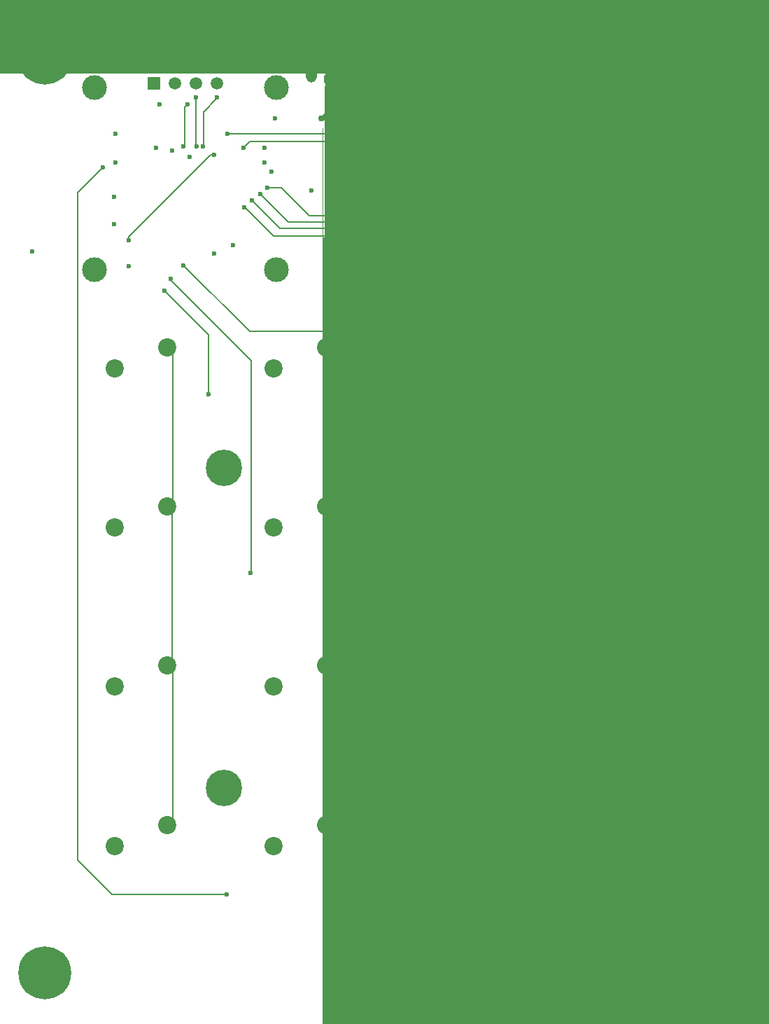
<source format=gbr>
%TF.GenerationSoftware,KiCad,Pcbnew,9.0.0*%
%TF.CreationDate,2025-06-12T19:16:51-06:00*%
%TF.ProjectId,final_macropad,66696e61-6c5f-46d6-9163-726f7061642e,rev?*%
%TF.SameCoordinates,Original*%
%TF.FileFunction,Copper,L1,Top*%
%TF.FilePolarity,Positive*%
%FSLAX46Y46*%
G04 Gerber Fmt 4.6, Leading zero omitted, Abs format (unit mm)*
G04 Created by KiCad (PCBNEW 9.0.0) date 2025-06-12 19:16:51*
%MOMM*%
%LPD*%
G01*
G04 APERTURE LIST*
G04 Aperture macros list*
%AMFreePoly0*
4,1,121,0.057437,0.323981,0.058316,0.323824,0.113316,0.308824,0.114166,0.308506,0.166166,0.283506,0.166873,0.283092,0.213873,0.250092,0.214579,0.249492,0.254579,0.208492,0.255133,0.207814,0.287133,0.160814,0.287573,0.160023,0.310573,0.108023,0.310851,0.107213,0.324851,0.051213,0.324988,0.050350,0.328988,-0.006650,0.328973,-0.007523,0.322973,-0.064523,0.322801,-0.065397,
0.306801,-0.120397,0.306455,-0.121271,0.280455,-0.172271,0.280021,-0.172972,0.246021,-0.218972,0.245402,-0.219664,0.203402,-0.258664,0.202695,-0.259211,0.155000,-0.289735,0.155000,-1.060082,0.202707,-1.090796,0.203402,-1.091336,0.245402,-1.130336,0.246021,-1.131028,0.280021,-1.177028,0.280455,-1.177729,0.306455,-1.228729,0.306801,-1.229603,0.322801,-1.284603,0.322973,-1.285477,
0.328973,-1.342477,0.328988,-1.343350,0.324988,-1.400350,0.324851,-1.401213,0.310851,-1.457213,0.310573,-1.458023,0.287573,-1.510023,0.287133,-1.510814,0.255133,-1.557814,0.254579,-1.558492,0.214579,-1.599492,0.213873,-1.600092,0.166873,-1.633092,0.166166,-1.633506,0.114166,-1.658506,0.113316,-1.658824,0.058316,-1.673824,0.057437,-1.673981,0.000437,-1.678981,-0.000437,-1.678981,
-0.057437,-1.673981,-0.058316,-1.673824,-0.113316,-1.658824,-0.114166,-1.658506,-0.166166,-1.633506,-0.166873,-1.633092,-0.213873,-1.600092,-0.214579,-1.599492,-0.254579,-1.558492,-0.255133,-1.557814,-0.287133,-1.510814,-0.287573,-1.510023,-0.310573,-1.458023,-0.310851,-1.457213,-0.324851,-1.401213,-0.324988,-1.400350,-0.328988,-1.343350,-0.328973,-1.342477,-0.322973,-1.285477,-0.322801,-1.284603,
-0.306801,-1.229603,-0.306455,-1.228729,-0.280455,-1.177729,-0.280021,-1.177028,-0.246021,-1.131028,-0.245402,-1.130336,-0.203402,-1.091336,-0.202695,-1.090789,-0.155000,-1.060264,-0.155000,-0.289735,-0.202695,-0.259211,-0.203402,-0.258664,-0.245402,-0.219664,-0.246021,-0.218972,-0.280021,-0.172972,-0.280455,-0.172271,-0.306455,-0.121271,-0.306801,-0.120397,-0.322801,-0.065397,-0.322973,-0.064523,
-0.328973,-0.007523,-0.328988,-0.006650,-0.324988,0.050350,-0.324851,0.051213,-0.310851,0.107213,-0.310573,0.108023,-0.287573,0.160023,-0.287133,0.160814,-0.255133,0.207814,-0.254579,0.208492,-0.214579,0.249492,-0.213873,0.250092,-0.166873,0.283092,-0.166166,0.283506,-0.114166,0.308506,-0.113316,0.308824,-0.058316,0.323824,-0.057437,0.323981,-0.000437,0.328981,0.000437,0.328981,
0.057437,0.323981,0.057437,0.323981,$1*%
%AMFreePoly1*
4,1,121,0.057437,0.323981,0.058316,0.323824,0.113316,0.308824,0.114166,0.308506,0.166166,0.283506,0.166873,0.283092,0.213873,0.250092,0.214579,0.249492,0.254579,0.208492,0.255133,0.207814,0.287133,0.160814,0.287573,0.160023,0.310573,0.108023,0.310851,0.107213,0.324851,0.051213,0.324988,0.050350,0.328988,-0.006650,0.328973,-0.007523,0.322973,-0.064523,0.322801,-0.065397,
0.306801,-0.120397,0.306455,-0.121271,0.280455,-0.172271,0.280021,-0.172972,0.246021,-0.218972,0.245402,-0.219664,0.203402,-0.258664,0.202695,-0.259211,0.155000,-0.289735,0.155000,-1.060264,0.202695,-1.090789,0.203402,-1.091336,0.245402,-1.130336,0.246021,-1.131028,0.280021,-1.177028,0.280455,-1.177729,0.306455,-1.228729,0.306801,-1.229603,0.322801,-1.284603,0.322973,-1.285477,
0.328973,-1.342477,0.328988,-1.343350,0.324988,-1.400350,0.324851,-1.401213,0.310851,-1.457213,0.310573,-1.458023,0.287573,-1.510023,0.287133,-1.510814,0.255133,-1.557814,0.254579,-1.558492,0.214579,-1.599492,0.213873,-1.600092,0.166873,-1.633092,0.166166,-1.633506,0.114166,-1.658506,0.113316,-1.658824,0.058316,-1.673824,0.057437,-1.673981,0.000437,-1.678981,-0.000437,-1.678981,
-0.057437,-1.673981,-0.058316,-1.673824,-0.113316,-1.658824,-0.114166,-1.658506,-0.166166,-1.633506,-0.166873,-1.633092,-0.213873,-1.600092,-0.214579,-1.599492,-0.254579,-1.558492,-0.255133,-1.557814,-0.287133,-1.510814,-0.287573,-1.510023,-0.310573,-1.458023,-0.310851,-1.457213,-0.324851,-1.401213,-0.324988,-1.400350,-0.328988,-1.343350,-0.328973,-1.342477,-0.322973,-1.285477,-0.322801,-1.284603,
-0.306801,-1.229603,-0.306455,-1.228729,-0.280455,-1.177729,-0.280021,-1.177028,-0.246021,-1.131028,-0.245402,-1.130336,-0.203402,-1.091336,-0.202695,-1.090789,-0.155000,-1.060264,-0.155000,-0.289735,-0.202695,-0.259211,-0.203402,-0.258664,-0.245402,-0.219664,-0.246021,-0.218972,-0.280021,-0.172972,-0.280455,-0.172271,-0.306455,-0.121271,-0.306801,-0.120397,-0.322801,-0.065397,-0.322973,-0.064523,
-0.328973,-0.007523,-0.328988,-0.006650,-0.324988,0.050350,-0.324851,0.051213,-0.310851,0.107213,-0.310573,0.108023,-0.287573,0.160023,-0.287133,0.160814,-0.255133,0.207814,-0.254579,0.208492,-0.214579,0.249492,-0.213873,0.250092,-0.166873,0.283092,-0.166166,0.283506,-0.114166,0.308506,-0.113316,0.308824,-0.058316,0.323824,-0.057437,0.323981,-0.000437,0.328981,0.000437,0.328981,
0.057437,0.323981,0.057437,0.323981,$1*%
G04 Aperture macros list end*
%TA.AperFunction,ComponentPad*%
%ADD10C,0.800000*%
%TD*%
%TA.AperFunction,ComponentPad*%
%ADD11C,6.400000*%
%TD*%
%TA.AperFunction,ComponentPad*%
%ADD12C,2.000000*%
%TD*%
%TA.AperFunction,ComponentPad*%
%ADD13R,3.000000X5.000000*%
%TD*%
%TA.AperFunction,ComponentPad*%
%ADD14C,2.200000*%
%TD*%
%TA.AperFunction,ComponentPad*%
%ADD15C,4.400000*%
%TD*%
%TA.AperFunction,ComponentPad*%
%ADD16R,1.508000X1.508000*%
%TD*%
%TA.AperFunction,ComponentPad*%
%ADD17C,1.508000*%
%TD*%
%TA.AperFunction,ComponentPad*%
%ADD18C,3.000000*%
%TD*%
%TA.AperFunction,ComponentPad*%
%ADD19FreePoly0,180.000000*%
%TD*%
%TA.AperFunction,ComponentPad*%
%ADD20C,0.648000*%
%TD*%
%TA.AperFunction,ComponentPad*%
%ADD21FreePoly1,180.000000*%
%TD*%
%TA.AperFunction,ComponentPad*%
%ADD22O,1.300000X2.500000*%
%TD*%
%TA.AperFunction,ComponentPad*%
%ADD23O,1.300000X3.200000*%
%TD*%
%TA.AperFunction,ViaPad*%
%ADD24C,0.600000*%
%TD*%
%TA.AperFunction,ViaPad*%
%ADD25C,0.762000*%
%TD*%
%TA.AperFunction,Conductor*%
%ADD26C,0.200000*%
%TD*%
%TA.AperFunction,Conductor*%
%ADD27C,0.381000*%
%TD*%
%TA.AperFunction,Conductor*%
%ADD28C,0.254000*%
%TD*%
G04 APERTURE END LIST*
D10*
%TO.P,H3,1,1*%
%TO.N,GND*%
X30600000Y-140052944D03*
X31302944Y-138355888D03*
X31302944Y-141750000D03*
X33000000Y-137652944D03*
D11*
X33000000Y-140052944D03*
D10*
X33000000Y-142452944D03*
X34697056Y-138355888D03*
X34697056Y-141750000D03*
X35400000Y-140052944D03*
%TD*%
D12*
%TO.P,S17,1,1*%
%TO.N,Net-(R7-Pad2)*%
X100250000Y-37750000D03*
%TO.P,S17,2,2*%
%TO.N,GND*%
X105250000Y-37750000D03*
%TO.P,S17,A,CHANNEL_A*%
%TO.N,Net-(S17-CHANNEL_A)*%
X97750000Y-55250000D03*
%TO.P,S17,B,CHANNEL_B*%
%TO.N,Net-(S17-CHANNEL_B)*%
X102750000Y-55250000D03*
%TO.P,S17,C,COMMON*%
%TO.N,GND*%
X107750000Y-55250000D03*
D13*
%TO.P,S17,S1,SHIELD*%
X95400000Y-44750000D03*
%TO.P,S17,S2,SHIELD*%
X110100000Y-44750000D03*
%TD*%
D10*
%TO.P,H4,1,1*%
%TO.N,GND*%
X112850000Y-140052944D03*
X113552944Y-138355888D03*
X113552944Y-141750000D03*
X115250000Y-137652944D03*
D11*
X115250000Y-140052944D03*
D10*
X115250000Y-142452944D03*
X116947056Y-138355888D03*
X116947056Y-141750000D03*
X117650000Y-140052944D03*
%TD*%
D14*
%TO.P,S3,1,1*%
%TO.N,COL 2*%
X86290000Y-64380000D03*
%TO.P,S3,2,2*%
%TO.N,Net-(D3-A)*%
X79940000Y-66920000D03*
%TD*%
%TO.P,S14,1,1*%
%TO.N,COL 1*%
X67040000Y-122170000D03*
%TO.P,S14,2,2*%
%TO.N,Net-(D14-A)*%
X60690000Y-124710000D03*
%TD*%
%TO.P,S6,1,1*%
%TO.N,COL 1*%
X67040000Y-83630000D03*
%TO.P,S6,2,2*%
%TO.N,Net-(D6-A)*%
X60690000Y-86170000D03*
%TD*%
D15*
%TO.P,H8,1,1*%
%TO.N,GND*%
X93570000Y-117710000D03*
%TD*%
%TO.P,H5,1,1*%
%TO.N,GND*%
X54670000Y-78960000D03*
%TD*%
D14*
%TO.P,S7,1,1*%
%TO.N,COL 2*%
X86290000Y-83630000D03*
%TO.P,S7,2,2*%
%TO.N,Net-(D7-A)*%
X79940000Y-86170000D03*
%TD*%
%TO.P,S4,1,1*%
%TO.N,COL 3*%
X105540000Y-64380000D03*
%TO.P,S4,2,2*%
%TO.N,Net-(D4-A)*%
X99190000Y-66920000D03*
%TD*%
%TO.P,S8,1,1*%
%TO.N,COL 3*%
X105540000Y-83630000D03*
%TO.P,S8,2,2*%
%TO.N,Net-(D8-A)*%
X99190000Y-86170000D03*
%TD*%
D10*
%TO.P,H1,1,1*%
%TO.N,GND*%
X30600000Y-29447056D03*
X31302944Y-27750000D03*
X31302944Y-31144112D03*
X33000000Y-27047056D03*
D11*
X33000000Y-29447056D03*
D10*
X33000000Y-31847056D03*
X34697056Y-27750000D03*
X34697056Y-31144112D03*
X35400000Y-29447056D03*
%TD*%
D15*
%TO.P,H6,1,1*%
%TO.N,GND*%
X54670000Y-117710000D03*
%TD*%
D14*
%TO.P,S5,1,1*%
%TO.N,COL 0*%
X47790000Y-83630000D03*
%TO.P,S5,2,2*%
%TO.N,Net-(D5-A)*%
X41440000Y-86170000D03*
%TD*%
%TO.P,S1,1,1*%
%TO.N,COL 0*%
X47790000Y-64380000D03*
%TO.P,S1,2,2*%
%TO.N,Net-(D1-A)*%
X41440000Y-66920000D03*
%TD*%
%TO.P,S10,1,1*%
%TO.N,COL 1*%
X67040000Y-102880000D03*
%TO.P,S10,2,2*%
%TO.N,Net-(D10-A)*%
X60690000Y-105420000D03*
%TD*%
D15*
%TO.P,H7,1,1*%
%TO.N,GND*%
X93570000Y-78960000D03*
%TD*%
D10*
%TO.P,H2,1,1*%
%TO.N,GND*%
X112850000Y-29447056D03*
X113552944Y-27750000D03*
X113552944Y-31144112D03*
X115250000Y-27047056D03*
D11*
X115250000Y-29447056D03*
D10*
X115250000Y-31847056D03*
X116947056Y-27750000D03*
X116947056Y-31144112D03*
X117650000Y-29447056D03*
%TD*%
D14*
%TO.P,S12,1,1*%
%TO.N,COL 3*%
X105540000Y-102880000D03*
%TO.P,S12,2,2*%
%TO.N,Net-(D12-A)*%
X99190000Y-105420000D03*
%TD*%
D16*
%TO.P,U3,1,GND*%
%TO.N,GND*%
X46190000Y-32500000D03*
D17*
%TO.P,U3,2,VCC_IN*%
%TO.N,5V*%
X48730000Y-32500000D03*
%TO.P,U3,3,SCL*%
%TO.N,SCL*%
X51270000Y-32500000D03*
%TO.P,U3,4,SDA*%
%TO.N,SDA*%
X53810000Y-32500000D03*
D18*
%TO.P,U3,S1*%
%TO.N,GND*%
X39000000Y-33000000D03*
%TO.P,U3,S2*%
X61000000Y-33000000D03*
%TO.P,U3,S3*%
X61000000Y-55000000D03*
%TO.P,U3,S4*%
X39000000Y-55000000D03*
%TD*%
D14*
%TO.P,S2,1,1*%
%TO.N,COL 1*%
X67040000Y-64380000D03*
%TO.P,S2,2,2*%
%TO.N,Net-(D2-A)*%
X60690000Y-66920000D03*
%TD*%
%TO.P,S9,1,1*%
%TO.N,COL 0*%
X47790000Y-102880000D03*
%TO.P,S9,2,2*%
%TO.N,Net-(D9-A)*%
X41440000Y-105420000D03*
%TD*%
D19*
%TO.P,J2,A1,GND1*%
%TO.N,GND*%
X72571000Y-31272000D03*
%TO.P,J2,A4,VBUS1*%
%TO.N,VBUS+*%
X71721000Y-31272000D03*
D20*
%TO.P,J2,A5,CC1*%
%TO.N,Net-(J2-CC1)*%
X70871000Y-31272000D03*
%TO.P,J2,A6,DA+*%
%TO.N,USB_D+*%
X70021000Y-31272000D03*
%TO.P,J2,A7,DA-*%
%TO.N,USB_D-*%
X69171000Y-31272000D03*
%TO.P,J2,A8,SBU1*%
%TO.N,unconnected-(J2-SBU1-PadA8)*%
X68321000Y-31272000D03*
D21*
%TO.P,J2,A9,VBUS2*%
%TO.N,VBUS+*%
X67471000Y-31272000D03*
D19*
%TO.P,J2,A12,GND2*%
%TO.N,GND*%
X66621000Y-31272000D03*
D20*
%TO.P,J2,B1,GND3*%
X66621000Y-29922000D03*
%TO.P,J2,B4,VBUS3*%
%TO.N,VBUS+*%
X67471000Y-29922000D03*
%TO.P,J2,B5,CC2*%
%TO.N,Net-(J2-CC2)*%
X68321000Y-29922000D03*
%TO.P,J2,B6,DB+*%
%TO.N,USB_D+*%
X69171000Y-29922000D03*
%TO.P,J2,B7,DB-*%
%TO.N,USB_D-*%
X70021000Y-29922000D03*
%TO.P,J2,B8,SBU2*%
%TO.N,unconnected-(J2-SBU2-PadB8)*%
X70871000Y-29922000D03*
%TO.P,J2,B9,VBUS4*%
%TO.N,VBUS+*%
X71721000Y-29922000D03*
%TO.P,J2,B12,GND4*%
%TO.N,GND*%
X72571000Y-29922000D03*
D22*
%TO.P,J2,SH1,SHIELD1*%
X73916000Y-26622000D03*
%TO.P,J2,SH2,SHIELD2*%
X65276000Y-26622000D03*
D23*
%TO.P,J2,SH3,SHIELD3*%
X73916000Y-30772000D03*
%TO.P,J2,SH4,SHIELD4*%
X65276000Y-30772000D03*
%TD*%
D14*
%TO.P,S15,1,1*%
%TO.N,COL 2*%
X86290000Y-122170000D03*
%TO.P,S15,2,2*%
%TO.N,Net-(D15-A)*%
X79940000Y-124710000D03*
%TD*%
D12*
%TO.P,S18,1,1*%
%TO.N,Net-(R10-Pad2)*%
X77000000Y-37750000D03*
%TO.P,S18,2,2*%
%TO.N,GND*%
X82000000Y-37750000D03*
%TO.P,S18,A,CHANNEL_A*%
%TO.N,Net-(S18-CHANNEL_A)*%
X74500000Y-55250000D03*
%TO.P,S18,B,CHANNEL_B*%
%TO.N,Net-(S18-CHANNEL_B)*%
X79500000Y-55250000D03*
%TO.P,S18,C,COMMON*%
%TO.N,GND*%
X84500000Y-55250000D03*
D13*
%TO.P,S18,S1,SHIELD*%
X72150000Y-44750000D03*
%TO.P,S18,S2,SHIELD*%
X86850000Y-44750000D03*
%TD*%
D14*
%TO.P,S16,1,1*%
%TO.N,COL 3*%
X105540000Y-122170000D03*
%TO.P,S16,2,2*%
%TO.N,Net-(D16-A)*%
X99190000Y-124710000D03*
%TD*%
%TO.P,S13,1,1*%
%TO.N,COL 0*%
X47790000Y-122170000D03*
%TO.P,S13,2,2*%
%TO.N,Net-(D13-A)*%
X41440000Y-124710000D03*
%TD*%
%TO.P,S11,1,1*%
%TO.N,COL 2*%
X86290000Y-102880000D03*
%TO.P,S11,2,2*%
%TO.N,Net-(D11-A)*%
X79940000Y-105420000D03*
%TD*%
D24*
%TO.N,Net-(U1-UCAP)*%
X50232500Y-35052000D03*
X49784000Y-40132000D03*
%TO.N,GND*%
X60452000Y-43180000D03*
X41402000Y-46228000D03*
X55753000Y-52070000D03*
X60889000Y-36703000D03*
X75692000Y-49410000D03*
X60833000Y-26797000D03*
X41529000Y-42037000D03*
X59563000Y-42063500D03*
X98044000Y-48641000D03*
X43180000Y-54610000D03*
X46852500Y-35052000D03*
X31496000Y-52832000D03*
X81153000Y-49276000D03*
X78232000Y-34163000D03*
X65278000Y-45466000D03*
X104500000Y-49750000D03*
X48387000Y-40640000D03*
%TO.N,Net-(U1-~{RESET})*%
X53467000Y-41148000D03*
X43180000Y-51435000D03*
%TO.N,ROW 0*%
X47498000Y-57531000D03*
X52832000Y-70104000D03*
%TO.N,ROW 1*%
X57883000Y-91694000D03*
X48260000Y-56134000D03*
%TO.N,ROW 2*%
X49784000Y-54483000D03*
X76000000Y-111250000D03*
%TO.N,5V*%
X46500000Y-40250000D03*
X53467000Y-53086000D03*
X41402000Y-49530000D03*
X59563000Y-40285500D03*
X50546000Y-41402000D03*
X41529000Y-38608000D03*
%TO.N,SCL*%
X51308000Y-34163000D03*
X51350000Y-40132000D03*
%TO.N,SDA*%
X52150000Y-40132000D03*
X53848000Y-34163000D03*
%TO.N,SW0*%
X57023000Y-40259000D03*
X97155000Y-39370000D03*
%TO.N,ROTA0*%
X59944000Y-45085000D03*
X93345000Y-49022000D03*
%TO.N,ROTB0*%
X58102500Y-46672500D03*
X99000000Y-50000000D03*
%TO.N,ROTA1*%
X59055000Y-45847000D03*
X71247000Y-49410000D03*
%TO.N,ROTB1*%
X57150000Y-47450000D03*
X76200000Y-50927000D03*
%TO.N,SW1*%
X70358000Y-38550000D03*
X55118000Y-38608000D03*
D25*
%TO.N,VBUS+*%
X66477000Y-36703000D03*
D24*
%TO.N,ROW 3*%
X40027000Y-42650000D03*
X54991000Y-130556000D03*
%TD*%
D26*
%TO.N,Net-(U1-UCAP)*%
X50232500Y-35052000D02*
X49911000Y-35373500D01*
X49911000Y-35373500D02*
X49911000Y-40005000D01*
X49911000Y-40005000D02*
X49784000Y-40132000D01*
%TO.N,Net-(U1-~{RESET})*%
X43180000Y-51435000D02*
X43180000Y-51054000D01*
X43180000Y-51054000D02*
X53086000Y-41148000D01*
X53086000Y-41148000D02*
X53467000Y-41148000D01*
%TO.N,ROW 0*%
X52832000Y-62865000D02*
X52832000Y-70104000D01*
X47498000Y-57531000D02*
X52832000Y-62865000D01*
%TO.N,ROW 1*%
X57883000Y-91694000D02*
X58000000Y-91577000D01*
X58000000Y-91577000D02*
X58000000Y-66001000D01*
X48260000Y-56261000D02*
X48260000Y-56134000D01*
X58000000Y-66001000D02*
X48260000Y-56261000D01*
%TO.N,ROW 2*%
X49784000Y-54483000D02*
X57785000Y-62484000D01*
X57785000Y-62484000D02*
X72644000Y-62484000D01*
X72644000Y-62484000D02*
X76000000Y-65840000D01*
X76000000Y-65840000D02*
X76000000Y-111250000D01*
%TO.N,SCL*%
X51308000Y-40090000D02*
X51350000Y-40132000D01*
X51308000Y-34163000D02*
X51308000Y-40090000D01*
%TO.N,SDA*%
X52197000Y-35941000D02*
X53848000Y-34290000D01*
X52150000Y-40132000D02*
X52197000Y-40085000D01*
X52197000Y-40085000D02*
X52197000Y-35941000D01*
X53848000Y-34290000D02*
X53848000Y-34163000D01*
%TO.N,COL 0*%
X48514000Y-65104000D02*
X48514000Y-82906000D01*
X48387000Y-84227000D02*
X48387000Y-102283000D01*
X48387000Y-102283000D02*
X47790000Y-102880000D01*
X47790000Y-83630000D02*
X48514000Y-84354000D01*
X48514000Y-82906000D02*
X47790000Y-83630000D01*
X47790000Y-102880000D02*
X48514000Y-103604000D01*
X47790000Y-64380000D02*
X48514000Y-65104000D01*
X47790000Y-83630000D02*
X48387000Y-84227000D01*
X48514000Y-103604000D02*
X48514000Y-121446000D01*
X48514000Y-121446000D02*
X47790000Y-122170000D01*
%TO.N,COL 1*%
X67945000Y-65285000D02*
X67945000Y-82725000D01*
X67945000Y-82725000D02*
X67040000Y-83630000D01*
X67040000Y-64380000D02*
X67945000Y-65285000D01*
X67564000Y-103404000D02*
X67564000Y-121646000D01*
X67691000Y-102229000D02*
X67040000Y-102880000D01*
X67691000Y-84281000D02*
X67691000Y-102229000D01*
X67564000Y-121646000D02*
X67040000Y-122170000D01*
X67040000Y-83630000D02*
X67691000Y-84281000D01*
X67040000Y-102880000D02*
X67564000Y-103404000D01*
%TO.N,COL 2*%
X86868000Y-103458000D02*
X86868000Y-121592000D01*
X86741000Y-83179000D02*
X86290000Y-83630000D01*
X86868000Y-121592000D02*
X86290000Y-122170000D01*
X86290000Y-64380000D02*
X86741000Y-64831000D01*
X86290000Y-83630000D02*
X86741000Y-84081000D01*
X86741000Y-64831000D02*
X86741000Y-83179000D01*
X86741000Y-84081000D02*
X86741000Y-102429000D01*
X86741000Y-102429000D02*
X86290000Y-102880000D01*
X86290000Y-102880000D02*
X86868000Y-103458000D01*
%TO.N,COL 3*%
X106172000Y-103512000D02*
X106172000Y-121538000D01*
X105540000Y-64380000D02*
X106172000Y-65012000D01*
X105918000Y-84008000D02*
X105918000Y-102502000D01*
X106172000Y-121538000D02*
X105540000Y-122170000D01*
X106172000Y-65012000D02*
X106172000Y-82998000D01*
X105540000Y-83630000D02*
X105918000Y-84008000D01*
X106172000Y-82998000D02*
X105540000Y-83630000D01*
X105918000Y-102502000D02*
X105540000Y-102880000D01*
X105540000Y-102880000D02*
X106172000Y-103512000D01*
%TO.N,SW0*%
X97028000Y-39497000D02*
X57785000Y-39497000D01*
X57785000Y-39497000D02*
X57023000Y-40259000D01*
X97155000Y-39370000D02*
X97028000Y-39497000D01*
%TO.N,ROTA0*%
X92837000Y-48514000D02*
X65024000Y-48514000D01*
X93345000Y-49022000D02*
X92837000Y-48514000D01*
X61595000Y-45085000D02*
X59944000Y-45085000D01*
X65024000Y-48514000D02*
X61595000Y-45085000D01*
%TO.N,ROTB0*%
X58102500Y-46672500D02*
X61430000Y-50000000D01*
X61430000Y-50000000D02*
X99000000Y-50000000D01*
%TO.N,ROTA1*%
X71247000Y-49410000D02*
X71113000Y-49276000D01*
X62484000Y-49276000D02*
X59055000Y-45847000D01*
X71113000Y-49276000D02*
X62484000Y-49276000D01*
%TO.N,ROTB1*%
X57150000Y-47450000D02*
X57229000Y-47450000D01*
X60706000Y-50927000D02*
X76200000Y-50927000D01*
X57229000Y-47450000D02*
X60706000Y-50927000D01*
%TO.N,SW1*%
X55177000Y-38549000D02*
X70357000Y-38549000D01*
X70357000Y-38549000D02*
X70358000Y-38550000D01*
X55118000Y-38608000D02*
X55177000Y-38549000D01*
D27*
%TO.N,VBUS+*%
X67471000Y-31272000D02*
X67471000Y-35709000D01*
X69088000Y-36703000D02*
X66477000Y-36703000D01*
X71721000Y-34070000D02*
X69088000Y-36703000D01*
X67471000Y-35709000D02*
X66477000Y-36703000D01*
X71721000Y-31272000D02*
X71721000Y-34070000D01*
D26*
%TO.N,USB_D-*%
X70021000Y-29963795D02*
X70021000Y-29922000D01*
D28*
X70021000Y-30182000D02*
X70021000Y-29963795D01*
X69171000Y-31272000D02*
X69171000Y-31032000D01*
X69171000Y-31032000D02*
X70021000Y-30182000D01*
D26*
%TO.N,ROW 3*%
X37000000Y-126414903D02*
X37000000Y-45677000D01*
X37000000Y-45677000D02*
X40027000Y-42650000D01*
X54991000Y-130556000D02*
X41141097Y-130556000D01*
X41141097Y-130556000D02*
X37000000Y-126414903D01*
%TD*%
M02*

</source>
